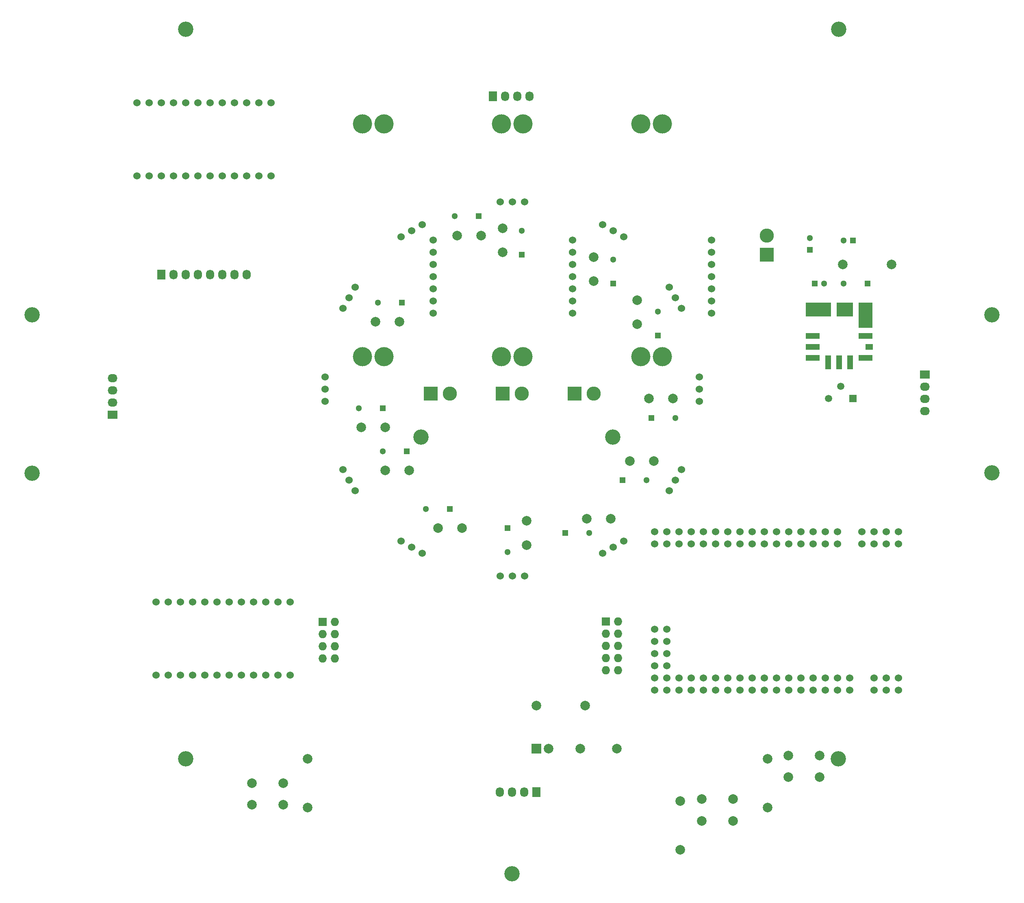
<source format=gts>
G04 #@! TF.FileFunction,Soldermask,Top*
%FSLAX46Y46*%
G04 Gerber Fmt 4.6, Leading zero omitted, Abs format (unit mm)*
G04 Created by KiCad (PCBNEW 4.0.1-stable) date 2016/11/10 0:02:59*
%MOMM*%
G01*
G04 APERTURE LIST*
%ADD10C,0.150000*%
%ADD11C,3.200000*%
%ADD12R,2.032000X1.727200*%
%ADD13O,2.032000X1.727200*%
%ADD14C,1.300000*%
%ADD15R,1.300000X1.300000*%
%ADD16R,2.000000X2.000000*%
%ADD17C,2.000000*%
%ADD18R,2.950000X2.950000*%
%ADD19C,2.950000*%
%ADD20R,1.727200X1.727200*%
%ADD21O,1.727200X1.727200*%
%ADD22C,1.998980*%
%ADD23C,1.510000*%
%ADD24R,1.510000X1.510000*%
%ADD25C,1.524000*%
%ADD26R,2.999740X1.198880*%
%ADD27R,5.288280X2.999740*%
%ADD28R,3.489960X2.999740*%
%ADD29R,2.999740X5.288280*%
%ADD30R,1.198880X2.999740*%
%ADD31R,1.498600X1.198880*%
%ADD32R,1.727200X2.032000*%
%ADD33O,1.727200X2.032000*%
%ADD34C,4.000000*%
G04 APERTURE END LIST*
D10*
D11*
X160450000Y-110550000D03*
X120450000Y-110550000D03*
X71450000Y-25550000D03*
X39450000Y-85050000D03*
X39450000Y-118050000D03*
X71450000Y-177550000D03*
X139450000Y-201550000D03*
X207450000Y-177550000D03*
X239450000Y-117980000D03*
X239480000Y-85010000D03*
D12*
X56210000Y-105850000D03*
D13*
X56210000Y-103310000D03*
X56210000Y-100770000D03*
X56210000Y-98230000D03*
D14*
X201500000Y-69000000D03*
D15*
X201500000Y-71500000D03*
X141500000Y-72500000D03*
D14*
X141500000Y-67500000D03*
D15*
X160500000Y-78500000D03*
D14*
X160500000Y-73500000D03*
D15*
X169875000Y-89340000D03*
D14*
X169875000Y-84340000D03*
D15*
X168500000Y-106500000D03*
D14*
X173500000Y-106500000D03*
D15*
X162500000Y-119500000D03*
D14*
X167500000Y-119500000D03*
D15*
X150500000Y-130500000D03*
D14*
X155500000Y-130500000D03*
D15*
X202500000Y-78500000D03*
D14*
X204500000Y-78500000D03*
D15*
X138500000Y-129500000D03*
D14*
X138500000Y-134500000D03*
D15*
X126500000Y-125500000D03*
D14*
X121500000Y-125500000D03*
D15*
X117500000Y-113500000D03*
D14*
X112500000Y-113500000D03*
D15*
X213500000Y-78500000D03*
D14*
X208500000Y-78500000D03*
D15*
X112500000Y-104500000D03*
D14*
X107500000Y-104500000D03*
D15*
X210500000Y-69500000D03*
D14*
X208500000Y-69500000D03*
D15*
X116500000Y-82500000D03*
D14*
X111500000Y-82500000D03*
D15*
X132500000Y-64500000D03*
D14*
X127500000Y-64500000D03*
D16*
X144500000Y-175500000D03*
D17*
X147040000Y-175500000D03*
D18*
X192500000Y-72480000D03*
D19*
X192500000Y-68520000D03*
D20*
X159000000Y-149000000D03*
D21*
X161540000Y-149000000D03*
X159000000Y-151540000D03*
X161540000Y-151540000D03*
X159000000Y-154080000D03*
X161540000Y-154080000D03*
X159000000Y-156620000D03*
X161540000Y-156620000D03*
X159000000Y-159160000D03*
X161540000Y-159160000D03*
D20*
X100025000Y-149030000D03*
D21*
X102565000Y-149030000D03*
X100025000Y-151570000D03*
X102565000Y-151570000D03*
X100025000Y-154110000D03*
X102565000Y-154110000D03*
X100025000Y-156650000D03*
X102565000Y-156650000D03*
D18*
X122520000Y-101500000D03*
D19*
X126480000Y-101500000D03*
D18*
X152520000Y-101500000D03*
D19*
X156480000Y-101500000D03*
D18*
X137520000Y-101500000D03*
D19*
X141480000Y-101500000D03*
D22*
X137500000Y-67000640D03*
X137500000Y-72001900D03*
X156500000Y-73000640D03*
X156500000Y-78001900D03*
X165500000Y-82000640D03*
X165500000Y-87001900D03*
X172999360Y-102500000D03*
X167998100Y-102500000D03*
X168999360Y-115500000D03*
X163998100Y-115500000D03*
X159999360Y-127500000D03*
X154998100Y-127500000D03*
X142500000Y-132999360D03*
X142500000Y-127998100D03*
X124000640Y-129500000D03*
X129001900Y-129500000D03*
X113000640Y-117500000D03*
X118001900Y-117500000D03*
D23*
X205420000Y-102500000D03*
D24*
X210500000Y-102500000D03*
D23*
X207960000Y-99960000D03*
D22*
X108000640Y-108500000D03*
X113001900Y-108500000D03*
X218500000Y-74500000D03*
X208340000Y-74500000D03*
X111000640Y-86500000D03*
X116001900Y-86500000D03*
X128000640Y-68500000D03*
X133001900Y-68500000D03*
X96850000Y-187765000D03*
X96850000Y-177605000D03*
X192735000Y-187765000D03*
X192735000Y-177605000D03*
X174500000Y-196500000D03*
X174500000Y-186340000D03*
X144500000Y-166500000D03*
X154660000Y-166500000D03*
D17*
X153700160Y-175500000D03*
X161299840Y-175500000D03*
X91770000Y-182630000D03*
X91770000Y-187130000D03*
X85270000Y-182630000D03*
X85270000Y-187130000D03*
X203530000Y-176915000D03*
X203530000Y-181415000D03*
X197030000Y-176915000D03*
X197030000Y-181415000D03*
X185500000Y-186000000D03*
X185500000Y-190500000D03*
X179000000Y-186000000D03*
X179000000Y-190500000D03*
D25*
X142040000Y-61500000D03*
X139500000Y-61500000D03*
X136960000Y-61500000D03*
X162699705Y-68770000D03*
X160500000Y-67500000D03*
X158300295Y-66230000D03*
X174770000Y-83699705D03*
X173500000Y-81500000D03*
X172230000Y-79300295D03*
X178500000Y-103040000D03*
X178500000Y-100500000D03*
X178500000Y-97960000D03*
X172230000Y-121699705D03*
X173500000Y-119500000D03*
X174770000Y-117300295D03*
X158300295Y-134770000D03*
X160500000Y-133500000D03*
X162699705Y-132230000D03*
X136960000Y-139500000D03*
X139500000Y-139500000D03*
X142040000Y-139500000D03*
D26*
X202131220Y-89450000D03*
D27*
X203276760Y-83971220D03*
D28*
X208753000Y-83971220D03*
D29*
X213088780Y-85116760D03*
D26*
X213088780Y-89450000D03*
X213088780Y-94029620D03*
D30*
X207610000Y-94928780D03*
X205321460Y-94928780D03*
D26*
X202131220Y-94029620D03*
X202131220Y-91738540D03*
D31*
X213838080Y-91738540D03*
D30*
X209898540Y-94928780D03*
D25*
X116300295Y-132230000D03*
X118500000Y-133500000D03*
X120699705Y-134770000D03*
D32*
X135500000Y-39500000D03*
D33*
X138040000Y-39500000D03*
X140580000Y-39500000D03*
X143120000Y-39500000D03*
D12*
X225500000Y-97500000D03*
D13*
X225500000Y-100040000D03*
X225500000Y-102580000D03*
X225500000Y-105120000D03*
D32*
X144500000Y-184500000D03*
D33*
X141960000Y-184500000D03*
X139420000Y-184500000D03*
X136880000Y-184500000D03*
D25*
X104230000Y-117300295D03*
X105500000Y-119500000D03*
X106770000Y-121699705D03*
X100500000Y-97960000D03*
X100500000Y-100500000D03*
X100500000Y-103040000D03*
X106770000Y-79300295D03*
X105500000Y-81500000D03*
X104230000Y-83699705D03*
X120699705Y-66230000D03*
X118500000Y-67500000D03*
X116300295Y-68770000D03*
X186960000Y-163280000D03*
X207280000Y-130260000D03*
X204740000Y-132800000D03*
X204740000Y-130260000D03*
X202200000Y-132800000D03*
X202200000Y-130260000D03*
X199660000Y-132800000D03*
X199660000Y-130260000D03*
X197120000Y-132800000D03*
X197120000Y-130260000D03*
X194580000Y-132800000D03*
X194580000Y-130260000D03*
X192040000Y-132800000D03*
X192040000Y-130260000D03*
X189500000Y-132800000D03*
X189500000Y-130260000D03*
X186960000Y-132800000D03*
X186960000Y-130260000D03*
X184420000Y-132800000D03*
X184420000Y-130260000D03*
X181880000Y-132800000D03*
X181880000Y-130260000D03*
X179340000Y-132800000D03*
X179340000Y-130260000D03*
X176800000Y-132800000D03*
X176800000Y-130260000D03*
X174260000Y-132800000D03*
X174260000Y-130260000D03*
X171720000Y-132800000D03*
X171720000Y-130260000D03*
X169180000Y-132800000D03*
X169180000Y-130260000D03*
X207280000Y-132800000D03*
X212360000Y-132800000D03*
X212360000Y-130260000D03*
X214900000Y-132800000D03*
X214900000Y-130260000D03*
X217440000Y-132800000D03*
X217440000Y-130260000D03*
X219980000Y-130260000D03*
X219980000Y-132800000D03*
X169180000Y-150580000D03*
X171720000Y-150580000D03*
X169180000Y-155660000D03*
X169180000Y-153120000D03*
X171720000Y-155660000D03*
X171720000Y-153120000D03*
X186960000Y-160740000D03*
X184420000Y-163280000D03*
X184420000Y-160740000D03*
X181880000Y-163280000D03*
X181880000Y-160740000D03*
X179340000Y-163280000D03*
X179340000Y-160740000D03*
X176800000Y-163280000D03*
X176800000Y-160740000D03*
X174260000Y-163280000D03*
X174260000Y-160740000D03*
X171720000Y-163280000D03*
X171720000Y-160740000D03*
X169180000Y-163280000D03*
X169180000Y-160740000D03*
X209820000Y-163280000D03*
X209820000Y-160740000D03*
X207280000Y-163280000D03*
X207280000Y-160740000D03*
X204740000Y-163280000D03*
X204740000Y-160740000D03*
X202200000Y-163280000D03*
X202200000Y-160740000D03*
X199660000Y-163280000D03*
X199660000Y-160740000D03*
X197120000Y-163280000D03*
X197120000Y-160740000D03*
X194580000Y-163280000D03*
X194580000Y-160740000D03*
X192040000Y-163280000D03*
X192040000Y-160740000D03*
X214900000Y-163280000D03*
X214900000Y-160740000D03*
X217440000Y-163280000D03*
X217440000Y-160740000D03*
X219980000Y-163280000D03*
X219980000Y-160740000D03*
X169180000Y-158200000D03*
X171720000Y-158200000D03*
X189500000Y-163280000D03*
X189500000Y-160740000D03*
X89200000Y-56120000D03*
X89200000Y-40880000D03*
X86660000Y-56120000D03*
X84120000Y-56120000D03*
X81580000Y-56120000D03*
X79040000Y-56120000D03*
X76500000Y-56120000D03*
X73960000Y-56120000D03*
X71420000Y-56120000D03*
X68880000Y-56120000D03*
X66340000Y-56120000D03*
X63800000Y-56120000D03*
X61260000Y-56120000D03*
X61260000Y-40880000D03*
X66340000Y-40880000D03*
X63800000Y-40880000D03*
X68880000Y-40880000D03*
X71420000Y-40880000D03*
X73960000Y-40880000D03*
X76500000Y-40880000D03*
X79040000Y-40880000D03*
X81580000Y-40880000D03*
X84120000Y-40880000D03*
X86660000Y-40880000D03*
X93200000Y-160120000D03*
X93200000Y-144880000D03*
X90660000Y-160120000D03*
X88120000Y-160120000D03*
X85580000Y-160120000D03*
X83040000Y-160120000D03*
X80500000Y-160120000D03*
X77960000Y-160120000D03*
X75420000Y-160120000D03*
X72880000Y-160120000D03*
X70340000Y-160120000D03*
X67800000Y-160120000D03*
X65260000Y-160120000D03*
X65260000Y-144880000D03*
X70340000Y-144880000D03*
X67800000Y-144880000D03*
X72880000Y-144880000D03*
X75420000Y-144880000D03*
X77960000Y-144880000D03*
X80500000Y-144880000D03*
X83040000Y-144880000D03*
X85580000Y-144880000D03*
X88120000Y-144880000D03*
X90660000Y-144880000D03*
D32*
X66370000Y-76640000D03*
D33*
X68910000Y-76640000D03*
X71450000Y-76640000D03*
X73990000Y-76640000D03*
X76530000Y-76640000D03*
X79070000Y-76640000D03*
X81610000Y-76640000D03*
X84150000Y-76640000D03*
D34*
X108250000Y-45250000D03*
X112750000Y-45250000D03*
X112750000Y-93750000D03*
X108250000Y-93750000D03*
D25*
X123050000Y-84700000D03*
X123050000Y-82160000D03*
X123050000Y-79620000D03*
X123050000Y-77080000D03*
X123050000Y-74540000D03*
X123050000Y-72000000D03*
X123050000Y-69460000D03*
D34*
X166250000Y-45250000D03*
X170750000Y-45250000D03*
X170750000Y-93750000D03*
X166250000Y-93750000D03*
D25*
X181050000Y-84700000D03*
X181050000Y-82160000D03*
X181050000Y-79620000D03*
X181050000Y-77080000D03*
X181050000Y-74540000D03*
X181050000Y-72000000D03*
X181050000Y-69460000D03*
D34*
X137250000Y-45250000D03*
X141750000Y-45250000D03*
X141750000Y-93750000D03*
X137250000Y-93750000D03*
D25*
X152050000Y-84700000D03*
X152050000Y-82160000D03*
X152050000Y-79620000D03*
X152050000Y-77080000D03*
X152050000Y-74540000D03*
X152050000Y-72000000D03*
X152050000Y-69460000D03*
D11*
X207510000Y-25480000D03*
M02*

</source>
